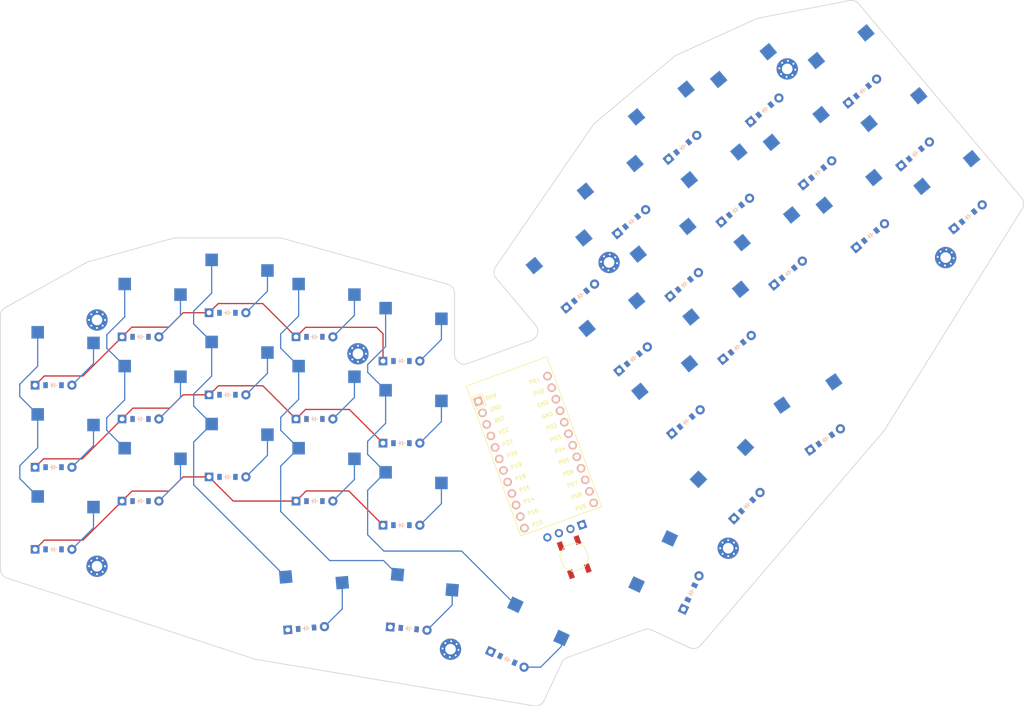
<source format=kicad_pcb>
(kicad_pcb (version 20240108) (generator "pcbnew") (generator_version "8.0")
  (title_block (title "lazyboy36") (rev "v1.0.0") (company "Unknown"))
  (layers (0 "F.Cu" signal) (31 "B.Cu" signal) (34 "B.Paste" user) (35 "F.Paste" user) (36 "B.SilkS" user "B.Silkscreen") (37 "F.SilkS" user "F.Silkscreen") (38 "B.Mask" user) (39 "F.Mask" user) (44 "Edge.Cuts" user))
  (net 0 "")
  (net 1 "P16")
  (net 2 "pinky_bottom")
  (net 3 "pinky_home")
  (net 4 "pinky_top")
  (net 5 "P10")
  (net 6 "ring_bottom")
  (net 7 "ring_home")
  (net 8 "ring_top")
  (net 9 "P7")
  (net 10 "middle_bottom")
  (net 11 "middle_home")
  (net 12 "middle_top")
  (net 13 "P8")
  (net 14 "index_bottom")
  (net 15 "index_home")
  (net 16 "index_top")
  (net 17 "P9")
  (net 18 "inner_bottom")
  (net 19 "inner_home")
  (net 20 "inner_top")
  (net 21 "outer_cluster")
  (net 22 "middle_cluster")
  (net 23 "inner_cluster")
  (net 24 "mirror_pinky_bottom")
  (net 25 "mirror_pinky_home")
  (net 26 "mirror_pinky_top")
  (net 27 "mirror_ring_bottom")
  (net 28 "mirror_ring_home")
  (net 29 "mirror_ring_top")
  (net 30 "mirror_middle_bottom")
  (net 31 "mirror_middle_home")
  (net 32 "mirror_middle_top")
  (net 33 "mirror_index_bottom")
  (net 34 "mirror_index_home")
  (net 35 "mirror_index_top")
  (net 36 "mirror_inner_bottom")
  (net 37 "mirror_inner_home")
  (net 38 "mirror_inner_top")
  (net 39 "mirror_outer_cluster")
  (net 40 "mirror_middle_cluster")
  (net 41 "mirror_inner_cluster")
  (net 42 "P18")
  (net 43 "P19")
  (net 44 "P20")
  (net 45 "P15")
  (net 46 "P5")
  (net 47 "P4")
  (net 48 "P0")
  (net 49 "P6")
  (net 50 "RAW")
  (net 51 "GND")
  (net 52 "RST")
  (net 53 "VCC")
  (net 54 "P21")
  (net 55 "P14")
  (net 56 "P1")
  (net 57 "P2")
  (net 58 "P3")
  (footprint "E73:SW_TACT_ALPS_SKQGABE010" (layer "F.Cu") (at 171.544912 168.989801 -70)
    (property "Reference" "B1" (hide yes))
    (property "Value" "" (hide yes))
  )
  (footprint "ComboDiode" (layer "F.Cu") (at 117.786939 140.374058)
    (property "Reference" "D11" (hide yes))
    (property "Value" "" (hide yes))
  )
  (footprint "ComboDiode" (layer "F.Cu") (at 99.78694 135.374059)
    (property "Reference" "D8" (hide yes))
    (property "Value" "" (hide yes))
  )
  (footprint "PG1350" (layer "F.Cu") (at 159.819941 185.628691 -25)
    (property "Reference" "S18" (hide yes))
    (property "Value" "" (hide yes))
  )
  (footprint "ComboDiode" (layer "F.Cu") (at 207.302276 158.301174 45)
    (property "Reference" "D35" (hide yes))
    (property "Value" "" (hide yes))
  )
  (footprint "PG1350" (layer "F.Cu") (at 180.190736 95.660934 40)
    (property "Reference" "S30" (hide yes))
    (property "Value" "" (hide yes))
  )
  (footprint "ComboDiode" (layer "F.Cu") (at 81.78694 123.374059)
    (property "Reference" "D6" (hide yes))
    (property "Value" "" (hide yes))
  )
  (footprint "ComboDiode" (layer "F.Cu") (at 99.78694 152.374058)
    (property "Reference" "D7" (hide yes))
    (property "Value" "" (hide yes))
  )
  (footprint "ComboDiode" (layer "F.Cu") (at 157.706849 190.16023 -25)
    (property "Reference" "D18" (hide yes))
    (property "Value" "" (hide yes))
  )
  (footprint "PG1350" (layer "F.Cu") (at 81.78694 152.374059)
    (property "Reference" "S4" (hide yes))
    (property "Value" "" (hide yes))
  )
  (footprint "PG1350" (layer "F.Cu") (at 229.623115 98.566091 40)
    (property "Reference" "S22" (hide yes))
    (property "Value" "" (hide yes))
  )
  (footprint "ComboDiode" (layer "F.Cu") (at 172.829813 114.891556 40)
    (property "Reference" "D33" (hide yes))
    (property "Value" "" (hide yes))
  )
  (footprint "ProMicro" (layer "F.Cu") (at 163.628797 147.240452 -70)
    (property "Reference" "MCU1" (hide yes))
    (property "Value" "" (hide yes))
  )
  (footprint "ComboDiode" (layer "F.Cu") (at 135.78694 128.374059)
    (property "Reference" "D15" (hide yes))
    (property "Value" "" (hide yes))
  )
  (footprint "PG1350" (layer "F.Cu") (at 81.78694 118.374059)
    (property "Reference" "S6" (hide yes))
    (property "Value" "" (hide yes))
  )
  (footprint "PG1350" (layer "F.Cu") (at 135.78694 123.374059)
    (property "Reference" "S15" (hide yes))
    (property "Value" "" (hide yes))
  )
  (footprint "ComboDiode" (layer "F.Cu") (at 99.786939 118.374058)
    (property "Reference" "D9" (hide yes))
    (property "Value" "" (hide yes))
  )
  (footprint "ComboDiode" (layer "F.Cu") (at 194.332064 112.513911 40)
    (property "Reference" "D29" (hide yes))
    (property "Value" "" (hide yes))
  )
  (footprint "ComboDiode" (layer "F.Cu") (at 210.982275 76.350802 40)
    (property "Reference" "D24" (hide yes))
    (property "Value" "" (hide yes))
  )
  (footprint "PG1350" (layer "F.Cu") (at 238.912402 81.633603 40)
    (property "Reference" "S20" (hide yes))
    (property "Value" "" (hide yes))
  )
  (footprint "PG1350" (layer "F.Cu") (at 99.78694 113.374058)
    (property "Reference" "S9" (hide yes))
    (property "Value" "" (hide yes))
  )
  (footprint "PG1350" (layer "F.Cu") (at 220.640934 140.508655 35)
    (property "Reference" "S34" (hide yes))
    (property "Value" "" (hide yes))
  )
  (footprint "PG1350" (layer "F.Cu") (at 180.543263 124.084089 40)
    (property "Reference" "S32" (hide yes))
    (property "Value" "" (hide yes))
  )
  (footprint "MountingHole_2.2mm_M2_Pad_Via" (layer "F.Cu") (at 215.626918 67.884558 40)
    (property "Reference" "_5" (hide yes))
    (property "Value" "")
  )
  (footprint "PG1350" (layer "F.Cu") (at 191.222034 174.199264 65)
    (property "Reference" "S36" (hide yes))
    (property "Value" "" (hide yes))
  )
  (footprint "PG1350" (layer "F.Cu") (at 203.766742 154.76564 45)
    (property "Reference" "S35" (hide yes))
    (property "Value" "" (hide yes))
  )
  (footprint "PG1350" (layer "F.Cu") (at 190.765598 80.260535 40)
    (property "Reference" "S27" (hide yes))
    (property "Value" "" (hide yes))
  )
  (footprint "MountingHole_2.2mm_M2_Pad_Via" (layer "F.Cu") (at 145.943373 188.057312 -5)
    (property "Reference" "_4" (hide yes))
    (property "Value" "")
  )
  (footprint "PG1350" (layer "F.Cu") (at 207.768336 72.52058 40)
    (property "Reference" "S24" (hide yes))
    (property "Value" "" (hide yes))
  )
  (footprint "ComboDiode" (layer "F.Cu") (at 63.786939 150.374059)
    (property "Reference" "D2" (hide yes))
    (property "Value" "" (hide yes))
  )
  (footprint "ComboDiode" (layer "F.Cu") (at 194.684591 140.937067 40)
    (property "Reference" "D31" (hide yes))
    (property "Value" "" (hide yes))
  )
  (footprint "ComboDiode" (layer "F.Cu") (at 204.906925 97.113513 40)
    (property "Reference" "D26" (hide yes))
    (property "Value" "" (hide yes))
  )
  (footprint "ComboDiode" (layer "F.Cu") (at 253.053729 98.486581 40)
    (property "Reference" "D19" (hide yes))
    (property "Value" "" (hide yes))
  )
  (footprint "ComboDiode" (layer "F.Cu") (at 183.757201 127.914311 40)
    (property "Reference" "D32" (hide yes))
    (property "Value" "" (hide yes))
  )
  (footprint "lib:OLED_headers" (layer "F.Cu") (at 164.489024 167.146732 110)
    (property "Reference" "OLED1" (hide yes))
    (property "Value" "OLED")
  )
  (footprint "PG1350" (layer "F.Cu") (at 115.62785 178.730292 5)
    (property "Reference" "S16" (hide yes))
    (property "Value" "" (hide yes))
  )
  (footprint "ComboDiode" (layer "F.Cu") (at 135.78694 162.374059)
    (property "Reference" "D13" (hide yes))
    (property "Value" "" (hide yes))
  )
  (footprint "PG1350" (layer "F.Cu") (at 191.470653 137.106845 40)
    (property "Reference" "S31" (hide yes))
    (property "Value" "" (hide yes))
  )
  (footprint "ComboDiode" (layer "F.Cu") (at 215.834315 110.136268 40)
    (property "Reference" "D25" (hide yes))
    (property "Value" "" (hide yes))
  )
  (footprint "PG1350" (layer "F.Cu") (at 117.78694 118.374059)
    (property "Reference" "S12" (hide yes))
    (property "Value" "" (hide yes))
  )
  (footprint "PG1350" (layer "F.Cu") (at 63.78694 162.374058)
    (property "Reference" "S1" (hide yes))
    (property "Value" "" (hide yes))
  )
  (footprint "ComboDiode" (layer "F.Cu") (at 135.78694 145.374058)
    (property "Reference" "D14" (hide yes))
    (property "Value" "" (hide yes))
  )
  (footprint "ComboDiode" (layer "F.Cu") (at 221.909663 89.373558 40)
    (property "Reference" "D23" (hide yes))
    (property "Value" "" (hide yes))
  )
  (footprint "MountingHole_2.2mm_M2_Pad_Via" (layer "F.Cu") (at 178.760031 107.9574 40)
    (property "Reference" "_7" (hide yes))
    (property "Value" "")
  )
  (footprint "PG1350" (layer "F.Cu") (at 191.118125 108.683689 40)
    (property "Reference" "S29" (hide yes))
    (property "Value" "" (hide yes))
  )
  (footprint "PG1350" (layer "F.Cu") (at 201.692987 93.283291 40)
    (property "Reference" "S26" (hide yes))
    (property "Value" "" (hide yes))
  )
  (footprint "ComboDiode" (layer "F.Cu") (at 183.404674 99.491157 40)
    (property "Reference" "D30" (hide yes))
    (property "Value" "" (hide yes))
  )
  (footprint "MountingHole_2.2mm_M2_Pad_Via" (layer "F.Cu") (at 203.413189 167.14001 45)
    (property "Reference" "_8" (hide yes))
    (property "Value" "")
  )
  (footprint "ComboDiode" (layer "F.Cu") (at 81.78694 140.374058)
    (property "Reference" "D5" (hide yes))
    (property "Value" "" (hide yes))
  )
  (footprint "PG1350" (layer "F.Cu") (at 117.78694 152.374058)
    (property "Reference" "S10" (hide yes))
    (property "Value" "" (hide yes))
  )
  (footprint "ComboDiode" (layer "F.Cu") (at 195.753573 176.312355 65)
    (property "Reference" "D36" (hide yes))
    (property "Value" "" (hide yes))
  )
  (footprint "ComboDiode" (layer "F.Cu") (at 193.979536 84.090757 40)
    (property "Reference" "D27" (hide yes))
    (property "Value" "" (hide yes))
  )
  (footprint "ComboDiode" (layer "F.Cu") (at 205.259453 125.536667 40)
    (property "Reference" "D28" (hide yes))
    (property "Value" "" (hide yes))
  )
  (footprint "PG1350" (layer "F.Cu") (at 81.78694 135.374058)
    (property "Reference" "S5" (hide yes))
    (property "Value" "" (hide yes))
  )
  (footprint "PG1350" (layer "F.Cu") (at 117.78694 135.374058)
    (property "Reference" "S11" (hide yes))
    (property "Value" "" (hide yes))
  )
  (footprint "PG1350" (layer "F.Cu") (at 169.615874 111.061334 40)
    (property "Reference" "S33" (hide yes))
    (property "Value" "" (hide yes))
  )
  (footprint "ComboDiode" (layer "F.Cu") (at 232.837053 102.396314 40)
    (property "Reference" "D22" (hide yes))
    (property "Value" "" (hide yes))
  )
  (footprint "ComboDiode" (layer "F.Cu") (at 63.78694 133.374058)
    (property "Reference" "D3" (hide yes))
    (property "Value" "" (hide yes))
  )
  (footprint "PG1350" (layer "F.Cu") (at 99.78694 147.374058)
    (property "Reference" "S7" (hide yes))
    (property "Value" "" (hide yes))
  )
  (footprint "ComboDiode" (layer "F.Cu") (at 117.78694 123.374059)
    (property "Reference" "D12" (hide yes))
    (property "Value" "" (hide yes))
  )
  (footprint "PG1350" (layer "F.Cu") (at 63.78694 128.374058)
    (property "Reference" "S3" (hide yes))
    (property "Value" "" (hide yes))
  )
  (footprint "PG1350" (layer "F.Cu") (at 137.718444 178.805255 -5)
    (property "Reference" "S17" (hide yes))
    (property "Value" "" (hide yes))
  )
  (footprint "ComboDiode" (layer "F.Cu") (at 63.78694 167.374059)
    (property "Reference" "D1" (hide yes))
    (property "Value" "" (hide yes))
  )
  (footprint "PG1350" (layer "F.Cu") (at 218.695725 85.543336 40)
    (property "Reference" "S23" (hide yes))
    (property "Value" "" (hide yes))
  )
  (footprint "ComboDiode" (layer "F.Cu") (at 116.063629 183.711265 5)
    (property "Reference" "D16" (hide yes))
    (property "Value" "" (hide yes))
  )
  (footprint "ComboDiode" (layer "F.Cu") (at 137.282666 183.786228 -5)
    (property "Reference" "D17" (hide yes))
    (property "Value" "" (hide yes))
  )
  (footprint "ComboDiode" (layer "F.Cu") (at 231.19895 72.44107 40)
    (property "Reference" "D21" (hide yes))
    (property "Value" "" (hide yes))
  )
  (footprint "ComboDiode" (layer "F.Cu") (at 223.508817 144.604415 35)
    (property "Reference" "D34" (hide yes))
    (property "Value" "" (hide yes))
  )
  (footprint "PG1350" (layer "F.Cu") (at 135.78694 157.374059)
    (property "Reference" "S13" (hide yes))
    (property "Value" "" (hide yes))
  )
  (footprint "PG1350" (layer "F.Cu") (at 99.78694 130.374059)
    (property "Reference" "S8" (hide yes))
    (property "Value" "" (hide yes))
  )
  (footprint "MountingHole_2.2mm_M2_Pad_Via" (layer "F.Cu") (at 126.78694 126.874058)
    (property "Reference" "_3" (hide yes))
    (property "Value" "")
  )
  (footprint "PG1350" (layer "F.Cu") (at 63.78694 145.374059)
    (property "Reference" "S2" (hide yes))
    (property "Value" "" (hide yes))
  )
  (footprint "MountingHole_2.2mm_M2_Pad_Via" (layer "F.Cu") (at 72.78694 170.874059)
    (property "Reference" "_2" (hide yes))
    (property "Value" "")
  )
  (footprint "ComboDiode" (layer "F.Cu") (at 81.78694 157.374059)
    (property "Reference" "D4" (hide yes))
    (property "Value" "" (hide yes))
  )
  (footprint "MountingHole_2.2mm_M2_Pad_Via" (layer "F.Cu") (at 72.786939 119.874058)
    (property "Reference" "_1" (hide yes))
    (property "Value" "")
  )
  (footprint "PG1350" (layer "F.Cu") (at 227.985012 68.610848 40)
    (property "Reference" "S21" (hide yes))
    (property "Value" "" (hide yes))
  )
  (footprint "ComboDiode" (layer "F.Cu") (at 117.78694 157.374058)
    (property "Reference" "D10" (hide yes))
    (property "Value" "" (hide yes))
  )
  (footprint "PG1350" (layer "F.Cu") (at 212.620377 106.306046 40)
    (property "Reference" "S25" (hide yes))
    (property "Value" "" (hide yes))
  )
  (footprint "PG1350" (layer "F.Cu") (at 135.78694 140.374058)
    (property "Reference" "S14" (hide yes))
    (property "Value" "" (hide yes))
  )
  (footprint "MountingHole_2.2mm_M2_Pad_Via" (layer "F.Cu") (at 248.409086 106.952825 40)
    (property "Reference" "_6" (hide yes))
    (property "Value" "")
  )
  (footprint "PG1350" (layer "F.Cu") (at 249.83979 94.656358 40)
    (property "Reference" "S19" (hide yes))
    (property "Value" "" (hide yes))
  )
  (footprint "PG1350" (layer "F.Cu") (at 202.045515 121.706445 40)
    (property "Reference" "S28" (hide yes))
    (property "Value" "" (hide yes))
  )
  (footprint "ComboDiode" (layer "F.Cu") (at 242.12634 85.463825 40)
    (property "Reference" "D20" (hide yes))
    (property "Value" "" (hide yes))
  )
  (gr_arc (start 186.006076 183.998834) (mid 186.777355 183.880123) (end 187.535352 184.065605) (stroke (width 0.15)) (layer "Edge.Cuts"))
  (gr_line (start 168.986064 190.816993) (end 165.330062 198.657315) (stroke (width 0.15)) (layer "Edge.Cuts"))
  (gr_arc (start 52.78694 119.050864) (mid 53.063198 118.036609) (end 53.815654 117.30255) (stroke (width 0.15)) (layer "Edge.Cuts"))
  (gr_arc (start 197.741639 187.207983) (mid 196.645204 187.863466) (end 195.375674 187.721607) (stroke (width 0.15)) (layer "Edge.Cuts"))
  (gr_line (start 111.049611 102.947023) (end 145.322228 112.467194) (stroke (width 0.15)) (layer "Edge.Cuts"))
  (gr_line (start 264.249719 96.860364) (end 235.753784 142.672401) (stroke (width 0.15)) (layer "Edge.Cuts"))
  (gr_line (start 195.375674 187.721607) (end 187.535352 184.065605) (stroke (width 0.15)) (layer "Edge.Cuts"))
  (gr_arc (start 88.524269 102.947022) (mid 88.789438 102.892383) (end 89.059557 102.874058) (stroke (width 0.15)) (layer "Edge.Cuts"))
  (gr_arc (start 165.330063 198.657315) (mid 164.448732 199.582024) (end 163.187477 199.78467) (stroke (width 0.15)) (layer "Edge.Cuts"))
  (gr_line (start 209.678494 57.361402) (end 228.506832 53.720161) (stroke (width 0.15)) (layer "Edge.Cuts"))
  (gr_arc (start 149.47098 128.897148) (mid 147.639787 128.656067) (end 146.78694 127.017763) (stroke (width 0.15)) (layer "Edge.Cuts"))
  (gr_line (start 186.006075 183.998835) (end 170.11464 189.782844) (stroke (width 0.15)) (layer "Edge.Cuts"))
  (gr_line (start 149.47098 128.897148) (end 162.683464 124.088197) (stroke (width 0.15)) (layer "Edge.Cuts"))
  (gr_arc (start 264.08354 94.518434) (mid 264.546435 95.662449) (end 264.249719 96.860364) (stroke (width 0.15)) (layer "Edge.Cuts"))
  (gr_line (start 53.815654 117.30255) (end 70.579541 107.98928) (stroke (width 0.15)) (layer "Edge.Cuts"))
  (gr_line (start 192.690935 65.033457) (end 209.22962 57.504747) (stroke (width 0.15)) (layer "Edge.Cuts"))
  (gr_arc (start 54.165003 173.324947) (mid 53.167701 172.598016) (end 52.78694 171.424107) (stroke (width 0.15)) (layer "Edge.Cuts"))
  (gr_arc (start 209.229621 57.504747) (mid 209.449821 57.419809) (end 209.678494 57.361402) (stroke (width 0.15)) (layer "Edge.Cuts"))
  (gr_arc (start 145.322228 112.467194) (mid 146.379199 113.183977) (end 146.78694 114.39423) (stroke (width 0.15)) (layer "Edge.Cuts"))
  (gr_line (start 89.059557 102.874058) (end 110.514323 102.874059) (stroke (width 0.15)) (layer "Edge.Cuts"))
  (gr_arc (start 175.435522 79.512468) (mid 175.603532 79.300164) (end 175.798676 79.112497) (stroke (width 0.15)) (layer "Edge.Cuts"))
  (gr_arc (start 155.417263 111.253049) (mid 154.951675 110.06385) (end 155.300623 108.835355) (stroke (width 0.15)) (layer "Edge.Cuts"))
  (gr_line (start 235.576245 142.915039) (end 197.74164 187.207983) (stroke (width 0.15)) (layer "Edge.Cuts"))
  (gr_line (start 105.441564 190.10217) (end 54.165002 173.324948) (stroke (width 0.15)) (layer "Edge.Cuts"))
  (gr_arc (start 110.514323 102.874059) (mid 110.784442 102.892384) (end 111.049611 102.947023) (stroke (width 0.15)) (layer "Edge.Cuts"))
  (gr_arc (start 235.753784 142.672401) (mid 235.66958 142.797061) (end 235.576245 142.915039) (stroke (width 0.15)) (layer "Edge.Cuts"))
  (gr_line (start 163.187477 199.78467) (end 105.733531 190.173922) (stroke (width 0.15)) (layer "Edge.Cuts"))
  (gr_line (start 146.78694 114.39423) (end 146.78694 127.017763) (stroke (width 0.15)) (layer "Edge.Cuts"))
  (gr_arc (start 70.579542 107.98928) (mid 70.792259 107.887034) (end 71.01554 107.810559) (stroke (width 0.15)) (layer "Edge.Cuts"))
  (gr_arc (start 105.733531 190.173922) (mid 105.586197 190.14354) (end 105.441564 190.10217) (stroke (width 0.15)) (layer "Edge.Cuts"))
  (gr_arc (start 228.506832 53.720162) (mid 229.555091 53.798814) (end 230.418668 54.398204) (stroke (width 0.15)) (layer "Edge.Cuts"))
  (gr_arc (start 192.23398 65.321639) (mid 192.452682 65.162048) (end 192.690935 65.033457) (stroke (width 0.15)) (layer "Edge.Cuts"))
  (gr_line (start 175.798676 79.112497) (end 192.23398 65.321639) (stroke (width 0.15)) (layer "Edge.Cuts"))
  (gr_line (start 230.418668 54.398204) (end 264.083539 94.518435) (stroke (width 0.15)) (layer "Edge.Cuts"))
  (gr_arc (start 168.986064 190.816992) (mid 169.447499 190.187674) (end 170.11464 189.782844) (stroke (width 0.15)) (layer "Edge.Cuts"))
  (gr_line (start 163.531513 120.923237) (end 155.417263 111.253049) (stroke (width 0.15)) (layer "Edge.Cuts"))
  (gr_arc (start 163.531513 120.923237) (mid 163.931275 122.72645) (end 162.683464 124.088197) (stroke (width 0.15)) (layer "Edge.Cuts"))
  (gr_line (start 71.01554 107.810559) (end 88.524269 102.947022) (stroke (width 0.15)) (layer "Edge.Cuts"))
  (gr_line (start 155.300623 108.835355) (end 175.435522 79.512468) (stroke (width 0.15)) (layer "Edge.Cuts"))
  (gr_line (start 52.78694 171.424107) (end 52.78694 119.050865) (stroke (width 0.15)) (layer "Edge.Cuts"))
  (segment (start 60.51194 129.44806) (end 56.79 133.17) (width 0.25) (layer "B.Cu") (net 1))
  (segment (start 60.51194 122.424058) (end 60.51194 129.44806) (width 0.25) (layer "B.Cu") (net 1))
  (segment (start 56.79 133.17) (end 56.79 135.702119) (width 0.25) (layer "B.Cu") (net 1))
  (segment (start 60.51194 146.34806) (end 56.81 150.05) (width 0.25) (layer "B.Cu") (net 1))
  (segment (start 56.81 150.05) (end 56.81 152.722118) (width 0.25) (layer "B.Cu") (net 1))
  (segment (start 60.51194 139.424059) (end 60.51194 146.34806) (width 0.25) (layer "B.Cu") (net 1))
  (segment (start 56.81 152.722118) (end 60.51194 156.424058) (width 0.25) (layer "B.Cu") (net 1))
  (segment (start 56.79 135.702119) (end 60.51194 139.424059) (width 0.25) (layer "B.Cu") (net 1))
  (segment (start 72.06194 158.624058) (end 72.06194 162.909059) (width 0.25) (layer "B.Cu") (net 2))
  (segment (start 72.06194 162.909059) (end 67.59694 167.374059) (width 0.25) (layer "B.Cu") (net 2))
  (segment (start 72.06194 145.909058) (end 67.596939 150.374059) (width 0.25) (layer "B.Cu") (net 3))
  (segment (start 72.06194 141.624059) (end 72.06194 145.909058) (width 0.25) (layer "B.Cu") (net 3))
  (segment (start 72.06194 124.624058) (end 72.06194 128.909058) (width 0.25) (layer "B.Cu") (net 4))
  (segment (start 72.06194 128.909058) (end 67.59694 133.374058) (width 0.25) (layer "B.Cu") (net 4))
  (segment (start 78.51194 129.424058) (end 78.51194 136.41806) (width 0.25) (layer "B.Cu") (net 5))
  (segment (start 74.81 125.722118) (end 78.51194 129.424058) (width 0.25) (layer "B.Cu") (net 5))
  (segment (start 78.51194 119.23806) (end 74.81 122.94) (width 0.25) (layer "B.Cu") (net 5))
  (segment (start 74.79 142.702119) (end 78.51194 146.424059) (width 0.25) (layer "B.Cu") (net 5))
  (segment (start 74.79 140.14) (end 74.79 142.702119) (width 0.25) (layer "B.Cu") (net 5))
  (segment (start 78.51194 136.41806) (end 74.79 140.14) (width 0.25) (layer "B.Cu") (net 5))
  (segment (start 78.51194 112.424059) (end 78.51194 119.23806) (width 0.25) (layer "B.Cu") (net 5))
  (segment (start 74.81 122.94) (end 74.81 125.722118) (width 0.25) (layer "B.Cu") (net 5))
  (segment (start 90.06194 148.624059) (end 90.06194 152.909059) (width 0.25) (layer "B.Cu") (net 6))
  (segment (start 90.06194 152.909059) (end 85.59694 157.374059) (width 0.25) (layer "B.Cu") (net 6))
  (segment (start 90.06194 135.909058) (end 85.59694 140.374058) (width 0.25) (layer "B.Cu") (net 7))
  (segment (start 90.06194 131.624058) (end 90.06194 135.909058) (width 0.25) (layer "B.Cu") (net 7))
  (segment (start 90.06194 114.624059) (end 90.06194 118.909059) (width 0.25) (layer "B.Cu") (net 8))
  (segment (start 90.06194 118.909059) (end 85.59694 123.374059) (width 0.25) (layer "B.Cu") (net 8))
  (segment (start 92.79 154.031634) (end 92.79 145.145998) (width 0.25) (layer "B.Cu") (net 9))
  (segment (start 92.79 145.145998) (end 96.51194 141.424058) (width 0.25) (layer "B.Cu") (net 9))
  (segment (start 92.78 118.05) (end 92.78 120.692119) (width 0.25) (layer "B.Cu") (net 9))
  (segment (start 111.846735 173.088369) (end 92.79 154.031634) (width 0.25) (layer "B.Cu") (net 9))
  (segment (start 96.51194 114.31806) (end 92.78 118.05) (width 0.25) (layer "B.Cu") (net 9))
  (segment (start 96.51194 124.424059) (end 96.51194 131.48806) (width 0.25) (layer "B.Cu") (net 9))
  (segment (start 96.51194 107.424058) (end 96.51194 114.31806) (width 0.25) (layer "B.Cu") (net 9))
  (segment (start 92.79 137.702118) (end 96.51194 141.424058) (width 0.25) (layer "B.Cu") (net 9))
  (segment (start 92.78 120.692119) (end 96.51194 124.424059) (width 0.25) (layer "B.Cu") (net 9))
  (segment (start 96.51194 131.48806) (end 92.79 135.21) (width 0.25) (layer "B.Cu") (net 9))
  (segment (start 92.79 135.21) (end 92.79 137.702118) (width 0.25) (layer "B.Cu") (net 9))
  (segment (start 108.06194 147.909058) (end 103.59694 152.374058) (width 0.25) (layer "B.Cu") (net 10))
  (segment (start 108.06194 143.624058) (end 108.06194 147.909058) (width 0.25) (layer "B.Cu") (net 10))
  (segment (start 108.06194 126.624059) (end 108.06194 130.909059) (width 0.25) (layer "B.Cu") (net 11))
  (segment (start 108.06194 130.909059) (end 103.59694 135.374059) (width 0.25) (layer "B.Cu") (net 11))
  (segment (start 108.06194 113.909057) (end 103.596939 118.374058) (width 0.25) (layer "B.Cu") (net 12))
  (segment (start 108.06194 109.624058) (end 108.06194 113.909057) (width 0.25) (layer "B.Cu") (net 12))
  (segment (start 110.81 140.03) (end 110.81 142.722118) (width 0.25) (layer "B.Cu") (net 13))
  (segment (start 114.51194 146.424058) (end 110.8 150.135998) (width 0.25) (layer "B.Cu") (net 13))
  (segment (start 114.51194 119.04806) (end 110.79 122.77) (width 0.25) (layer "B.Cu") (net 13))
  (segment (start 132.082021 169.7) (end 134.974483 172.592462) (width 0.25) (layer "B.Cu") (net 13))
  (segment (start 110.79 122.77) (end 110.79 125.702118) (width 0.25) (layer "B.Cu") (net 13))
  (segment (start 110.8 159.55) (end 120.95 169.7) (width 0.25) (layer "B.Cu") (net 13))
  (segment (start 120.95 169.7) (end 132.082021 169.7) (width 0.25) (layer "B.Cu") (net 13))
  (segment (start 110.8 150.135998) (end 110.8 159.55) (width 0.25) (layer "B.Cu") (net 13))
  (segment (start 114.51194 129.424058) (end 114.51194 136.32806) (width 0.25) (layer "B.Cu") (net 13))
  (segment (start 110.81 142.722118) (end 114.51194 146.424058) (width 0.25) (layer "B.Cu") (net 13))
  (segment (start 110.79 125.702118) (end 114.51194 129.424058) (width 0.25) (layer "B.Cu") (net 13))
  (segment (start 114.51194 112.424059) (end 114.51194 119.04806) (width 0.25) (layer "B.Cu") (net 13))
  (segment (start 114.51194 136.32806) (end 110.81 140.03) (width 0.25) (layer "B.Cu") (net 13))
  (segment (start 126.06194 148.624058) (end 126.06194 152.909058) (width 0.25) (layer "B.Cu") (net 14))
  (segment (start 126.06194 152.909058) (end 121.59694 157.374058) (width 0.25) (layer "B.Cu") (net 14))
  (segment (start 126.06194 135.909057) (end 121.596939 140.374058) (width 0.25) (layer "B.Cu") (net 15))
  (segment (start 126.06194 131.624058) (end 126.06194 135.909057) (width 0.25) (layer "B.Cu") (net 15))
  (segment (start 126.06194 118.909059) (end 121.59694 123.374059) (width 0.25) (layer "B.Cu") (net 16))
  (segment (start 126.06194 114.624059) (end 126.06194 118.909059) (width 0.25) (layer "B.Cu") (net 16))
  (segment (start 148.244277 167.73) (end 159.366362 178.852085) (width 0.25) (layer "B.Cu") (net 17))
  (segment (start 132.51194 117.424059) (end 132.51194 125.39806) (width 0.25) (layer "B.Cu") (net 17))
  (segment (start 132.16 167.73) (end 148.244277 167.73) (width 0.25) (layer "B.Cu") (net 17))
  (segment (start 128.78 147.692119) (end 132.51194 151.424059) (width 0.25) (layer "B.Cu") (net 17))
  (segment (start 132.51194 134.424058) (end 132.51194 141.27806) (width 0.25) (layer "B.Cu") (net 17))
  (segment (start 128.8 130.712118) (end 132.51194 134.424058) (width 0.25) (layer "B.Cu") (net 17))
  (segment (start 128.79 155.145999) (end 128.79 164.36) (width 0.25) (layer "B.Cu") (net 17))
  (segment (start 128.8 129.11) (end 128.8 130.712118) (width 0.25) (layer "B.Cu") (net 17))
  (segment (start 128.78 145.01) (end 128.78 147.692119) (width 0.25) (layer "B.Cu") (net 17))
  (segment (start 132.51194 141.27806) (end 128.78 145.01) (width 0.25) (layer "B.Cu") (net 17))
  (segment (start 132.51194 125.39806) (end 128.8 129.11) (width 0.25) (layer "B.Cu") (net 17))
  (segment (start 132.51194 151.424059) (end 128.79 155.145999) (width 0.25) (layer "B.Cu") (net 17))
  (segment (start 128.79 164.36) (end 132.16 167.73) (width 0.25) (layer "B.Cu") (net 17))
  (segment (start 144.06194 153.624059) (end 144.06194 157.909059) (width 0.25) (layer "B.Cu") (net 18))
  (segment (start 144.06194 157.909059) (end 139.59694 162.374059) (width 0.25) (layer "B.Cu") (net 18))
  (segment (start 144.06194 136.624058) (end 144.06194 140.909058) (width 0.25) (layer "B.Cu") (net 19))
  (segment (start 144.06194 140.909058) (end 139.59694 145.374058) (width 0.25) (layer "B.Cu") (net 19))
  (segment (start 144.06194 119.624059) (end 144.06194 123.909059) (width 0.25) (layer "B.Cu") (net 20))
  (segment (start 144.06194 123.909059) (end 139.59694 128.374059) (width 0.25) (layer "B.Cu") (net 20))
  (segment (start 123.544528 174.273348) (end 123.544528 179.693805) (width 0.25) (layer "B.Cu") (net 21))
  (segment (start 123.544528 179.693805) (end 119.859131 183.379202) (width 0.25) (layer "B.Cu") (net 21))
  (segment (start 146.288789 175.790739) (end 146.288789 178.907671) (width 0.25) (layer "B.Cu") (net 22))
  (segment (start 146.288789 178.907671) (end 141.078168 184.118292) (width 0.25) (layer "B.Cu") (net 22))
  (segment (start 168.904456 185.727203) (end 168.904456 187.455544) (width 0.25) (layer "B.Cu") (net 23))
  (segment (start 164.589594 191.770406) (end 161.159882 191.770406) (width 0.25) (layer "B.Cu") (net 23))
  (segment (start 168.904456 187.455544) (end 164.589594 191.770406) (width 0.25) (layer "B.Cu") (net 23))
  (segment (start 124.88 155.28) (end 116.070998 155.28) (width 0.25) (layer "F.Cu") (net 42))
  (segment (start 131.974059 162.374059) (end 124.88 155.28) (width 0.25) (layer "F.Cu") (net 42))
  (segment (start 80.040999 155.31) (end 77.97694 157.374059) (width 0.25) (layer "F.Cu") (net 42))
  (segment (start 61.890999 165.46) (end 59.97694 167.374059) (width 0.25) (layer "F.Cu") (net 42))
  (segment (start 116.070998 155.28) (end 113.97694 157.374058) (width 0.25) (layer "F.Cu") (net 42))
  (segment (start 77.97694 157.374059) (end 69.890999 165.46) (width 0.25) (layer "F.Cu") (net 42))
  (segment (start 90.605942 152.374058) (end 87.67 155.31) (width 0.25) (layer "F.Cu") (net 42))
  (segment (start 100.97694 157.374058) (end 95.97694 152.374058) (width 0.25) (layer "F.Cu") (net 42))
  (segment (start 131.97694 162.374059) (end 131.974059 162.374059) (width 0.25) (layer "F.Cu") (net 42))
  (segment (start 87.67 155.31) (end 80.040999 155.31) (width 0.25) (layer "F.Cu") (net 42))
  (segment (start 69.890999 165.46) (end 61.890999 165.46) (width 0.25) (layer "F.Cu") (net 42))
  (segment (start 95.97694 152.374058) (end 90.605942 152.374058) (width 0.25) (layer "F.Cu") (net 42))
  (segment (start 113.97694 157.374058) (end 100.97694 157.374058) (width 0.25) (layer "F.Cu") (net 42))
  (segment (start 125.002882 138.4) (end 115.950997 138.4) (width 0.25) (layer "F.Cu") (net 43))
  (segment (start 113.976939 140.374058) (end 107.102881 133.5) (width 0.25) (layer "F.Cu") (net 43))
  (segment (start 77.97694 140.374058) (end 69.720998 148.63) (width 0.25) (layer "F.Cu") (net 43))
  (segment (start 95.97694 135.374059) (end 90.605941 135.374059) (width 0.25) (layer "F.Cu") (net 43))
  (segment (start 90.605941 135.374059) (end 87.85 138.13) (width 0.25) (layer "F.Cu") (net 43))
  (segment (start 61.720998 148.63) (end 59.976939 150.374059) (width 0.25) (layer "F.Cu") (net 43))
  (segment (start 69.720998 148.63) (end 61.720998 148.63) (width 0.25) (layer "F.Cu") (net 43))
  (segment (start 95.97694 135.45694) (end 95.97694 135.374059) (width 0.25) (layer "F.Cu") (net 43))
  (segment (start 131.97694 145.374058) (end 125.002882 138.4) (width 0.25) (layer "F.Cu") (net 43))
  (segment (start 97.93388 133.5) (end 95.97694 135.45694) (width 0.25) (layer "F.Cu") (net 43))
  (segment (start 115.950997 138.4) (end 113.976939 140.374058) (width 0.25) (layer "F.Cu") (net 43))
  (segment (start 80.220998 138.13) (end 77.97694 140.374058) (width 0.25) (layer "F.Cu") (net 43))
  (segment (start 87.85 138.13) (end 80.220998 138.13) (width 0.25) (layer "F.Cu") (net 43))
  (segment (start 107.102881 133.5) (end 97.93388 133.5) (width 0.25) (layer "F.Cu") (net 43))
  (segment (start 87.62 121.36) (end 79.990999 121.36) (width 0.25) (layer "F.Cu") (net 44))
  (segment (start 90.605942 118.374058) (end 87.62 121.36) (width 0.25) (layer "F.Cu") (net 44))
  (segment (start 130.64 121.39) (end 115.960999 121.39) (width 0.25) (layer "F.Cu") (net 44))
  (segment (start 79.990999 121.36) (end 77.97694 123.374059) (width 0.25) (layer "F.Cu") (net 44))
  (segment (start 61.880998 131.47) (end 59.97694 133.374058) (width 0.25) (layer "F.Cu") (net 44))
  (segment (start 107.072881 116.47) (end 97.880997 116.47) (width 0.25) (layer "F.Cu") (net 44))
  (segment (start 113.97694 123.374059) (end 107.072881 116.47) (width 0.25) (layer "F.Cu") (net 44))
  (segment (start 69.880999 131.47) (end 61.880998 131.47) (width 0.25) (layer "F.Cu") (net 44))
  (segment (start 115.960999 121.39) (end 113.97694 123.374059) (width 0.25) (layer "F.Cu") (net 44))
  (segment (start 95.976939 118.374058) (end 90.605942 118.374058) (width 0.25) (layer "F.Cu") (net 44))
  (segment (start 77.97694 123.374059) (end 69.880999 131.47) (width 0.25) (layer "F.Cu") (net 44))
  (segment (start 131.97694 128.374059) (end 131.97694 122.72694) (width 0.25) (layer "F.Cu") (net 44))
  (segment (start 131.97694 122.72694) (end 130.64 121.39) (width 0.25) (layer "F.Cu") (net 44))
  (segment (start 97.880997 116.47) (end 95.976939 118.374058) (width 0.25) (layer "F.Cu") (net 44))
)
</source>
